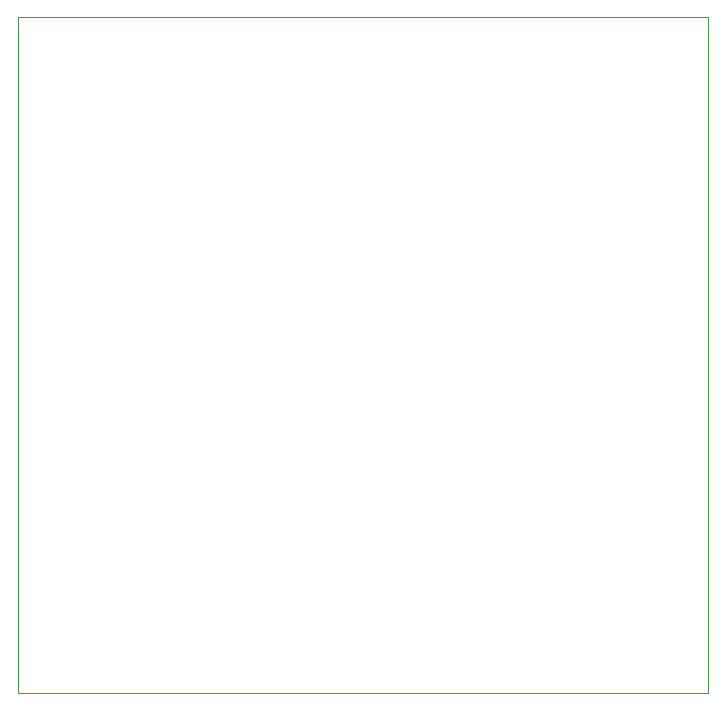
<source format=gbr>
%TF.GenerationSoftware,KiCad,Pcbnew,8.0.2*%
%TF.CreationDate,2024-06-24T20:47:36+02:00*%
%TF.ProjectId,Ampel3,416d7065-6c33-42e6-9b69-6361645f7063,rev?*%
%TF.SameCoordinates,Original*%
%TF.FileFunction,Profile,NP*%
%FSLAX46Y46*%
G04 Gerber Fmt 4.6, Leading zero omitted, Abs format (unit mm)*
G04 Created by KiCad (PCBNEW 8.0.2) date 2024-06-24 20:47:36*
%MOMM*%
%LPD*%
G01*
G04 APERTURE LIST*
%TA.AperFunction,Profile*%
%ADD10C,0.050000*%
%TD*%
G04 APERTURE END LIST*
D10*
X50000000Y-50000000D02*
X108420000Y-50000000D01*
X108420000Y-107202600D01*
X50000000Y-107202600D01*
X50000000Y-50000000D01*
M02*

</source>
